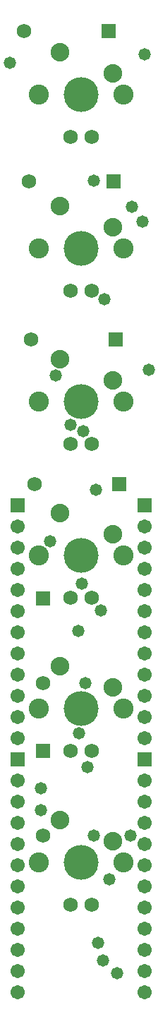
<source format=gbs>
%FSLAX25Y25*%
%MOIN*%
G70*
G01*
G75*
G04 Layer_Color=16711935*
%ADD10R,0.03937X0.05118*%
%ADD11R,0.05118X0.03937*%
%ADD12R,0.04331X0.03543*%
%ADD13C,0.00800*%
%ADD14C,0.01200*%
%ADD15C,0.06000*%
%ADD16C,0.08700*%
%ADD17C,0.15700*%
%ADD18C,0.08000*%
%ADD19C,0.05906*%
%ADD20R,0.05906X0.05906*%
%ADD21R,0.06000X0.06000*%
%ADD22R,0.06000X0.06000*%
%ADD23C,0.05000*%
%ADD24C,0.01000*%
%ADD25C,0.00984*%
%ADD26C,0.00787*%
%ADD27C,0.02500*%
%ADD28C,0.00600*%
%ADD29R,0.04737X0.05918*%
%ADD30R,0.05918X0.04737*%
%ADD31R,0.05131X0.04343*%
%ADD32C,0.06800*%
%ADD33C,0.09500*%
%ADD34C,0.16500*%
%ADD35C,0.08800*%
%ADD36C,0.06706*%
%ADD37R,0.06706X0.06706*%
%ADD38R,0.06800X0.06800*%
%ADD39R,0.06800X0.06800*%
%ADD40C,0.05800*%
D32*
X245250Y714000D02*
D03*
X235250D02*
D03*
X245250Y424000D02*
D03*
X235250D02*
D03*
X245250Y351500D02*
D03*
X235250D02*
D03*
X222000Y384000D02*
D03*
Y456000D02*
D03*
X218000Y550000D02*
D03*
X216500Y618500D02*
D03*
X215500Y693000D02*
D03*
X213000Y764000D02*
D03*
X245250Y641500D02*
D03*
X235250D02*
D03*
X245250Y569000D02*
D03*
X235250D02*
D03*
X245250Y496500D02*
D03*
X235250D02*
D03*
D33*
X220250Y734000D02*
D03*
X260250D02*
D03*
X220250Y444000D02*
D03*
X260250D02*
D03*
X220250Y371500D02*
D03*
X260250D02*
D03*
X220250Y661500D02*
D03*
X260250D02*
D03*
X220250Y589000D02*
D03*
X260250D02*
D03*
X220250Y516500D02*
D03*
X260250D02*
D03*
D34*
X240250Y734000D02*
D03*
Y444000D02*
D03*
Y371500D02*
D03*
Y661500D02*
D03*
Y589000D02*
D03*
Y516500D02*
D03*
D35*
X230250Y754000D02*
D03*
X255250Y744000D02*
D03*
X230250Y464000D02*
D03*
X255250Y454000D02*
D03*
X230250Y391500D02*
D03*
X255250Y381500D02*
D03*
X230250Y681500D02*
D03*
X255250Y671500D02*
D03*
X230250Y609000D02*
D03*
X255250Y599000D02*
D03*
X230250Y536500D02*
D03*
X255250Y526500D02*
D03*
D36*
X270000Y410000D02*
D03*
Y400000D02*
D03*
Y390000D02*
D03*
Y380000D02*
D03*
Y370000D02*
D03*
Y360000D02*
D03*
Y350000D02*
D03*
Y340000D02*
D03*
Y330000D02*
D03*
Y320000D02*
D03*
Y310000D02*
D03*
X210000D02*
D03*
Y320000D02*
D03*
Y330000D02*
D03*
Y340000D02*
D03*
Y350000D02*
D03*
Y360000D02*
D03*
Y370000D02*
D03*
Y380000D02*
D03*
Y390000D02*
D03*
Y400000D02*
D03*
Y410000D02*
D03*
X270000Y430000D02*
D03*
Y440000D02*
D03*
Y450000D02*
D03*
Y460000D02*
D03*
Y470000D02*
D03*
Y480000D02*
D03*
Y490000D02*
D03*
Y500000D02*
D03*
Y510000D02*
D03*
Y520000D02*
D03*
Y530000D02*
D03*
X210000Y430000D02*
D03*
Y440000D02*
D03*
Y450000D02*
D03*
Y460000D02*
D03*
Y470000D02*
D03*
Y480000D02*
D03*
Y490000D02*
D03*
Y500000D02*
D03*
Y510000D02*
D03*
Y520000D02*
D03*
Y530000D02*
D03*
D37*
X270000Y420000D02*
D03*
X210000D02*
D03*
X270000Y540000D02*
D03*
X210000D02*
D03*
D38*
X222000Y424000D02*
D03*
Y496000D02*
D03*
D39*
X258000Y550000D02*
D03*
X256500Y618500D02*
D03*
X255500Y693000D02*
D03*
X253000Y764000D02*
D03*
D40*
X206500Y749000D02*
D03*
X269000Y674000D02*
D03*
X264000Y681000D02*
D03*
X228000Y601500D02*
D03*
X225500Y523000D02*
D03*
X272000Y604000D02*
D03*
X235000Y578000D02*
D03*
X241000Y575000D02*
D03*
X242000Y456000D02*
D03*
X240500Y503000D02*
D03*
X239000Y432500D02*
D03*
X238850Y480850D02*
D03*
X270000Y753000D02*
D03*
X221000Y396000D02*
D03*
Y406500D02*
D03*
X249500Y490500D02*
D03*
X263500Y384000D02*
D03*
X243000Y416500D02*
D03*
X247000Y547500D02*
D03*
X251000Y637500D02*
D03*
X246000Y693500D02*
D03*
X253500Y363500D02*
D03*
X257000Y319000D02*
D03*
X250500Y325000D02*
D03*
X248000Y333500D02*
D03*
X246000Y384000D02*
D03*
M02*

</source>
